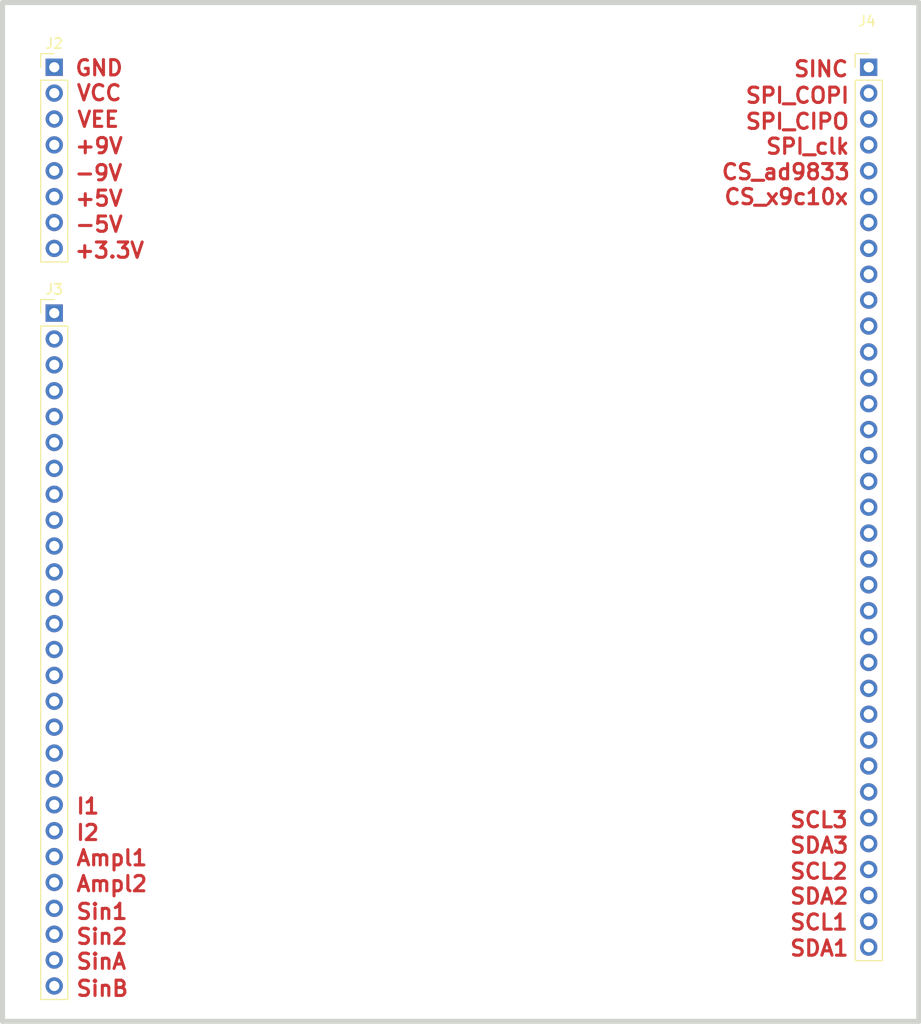
<source format=kicad_pcb>
(kicad_pcb (version 20221018) (generator pcbnew)
  (title_block (title "Barramento do EITduino") (date "2023-04-12") (rev "v01") (company "EITduino") (comment 1 "Autor: Gustavo Pinheiro") (comment 2 "Barramento proposto para uma placa 90x100 mm") (comment 3 "placa de face simples"))
  (layers (0 "F.Cu" signal) (31 "B.Cu" signal) (34 "B.Paste" user) (35 "F.Paste" user) (36 "B.SilkS" user "B.Silkscreen") (37 "F.SilkS" user "F.Silkscreen") (38 "B.Mask" user) (39 "F.Mask" user) (44 "Edge.Cuts" user))
  (net 0 "")
  (net 1 "+12V")
  (net 2 "-12V")
  (net 3 "+9V")
  (net 4 "-9V")
  (net 5 "+5V")
  (net 6 "-5V")
  (net 7 "+3.3V")
  (net 47 "Earth")
  (net 49 "I1")
  (net 50 "I2")
  (net 51 "Ampl1")
  (net 52 "Ampl2")
  (net 53 "Sin1")
  (net 54 "Sin2")
  (net 55 "SinA")
  (net 56 "SinB")
  (net 57 "SINC")
  (net 58 "SPI_COPI")
  (net 59 "SPI_CIPO")
  (net 60 "SPI_clk")
  (net 61 "CS (AD9833)")
  (net 62 "CS (X9c10x)")
  (net 63 "X9x10x_INC")
  (net 64 "X9x10x_U{slash}D")
  (net 65 "SCL3")
  (net 66 "SDA3")
  (net 67 "SCL2")
  (net 68 "SDA2")
  (net 69 "SCL1")
  (net 70 "SDA1")
  (footprint "Connector_PinHeader_2.54mm:PinHeader_1x35_P2.54mm_Vertical" (layer "F.Cu") (at 186.69 57.15)
    (fp_text reference "J4" (at -0.165 -4.535) (layer "F.SilkS"))
    (fp_text value "comunicacao / sinais digitais" hide)
    (fp_line (start -1.33 -1.33) (end 0 -1.33) (stroke (width 0.12)) (layer "F.SilkS"))
    (fp_line (start -1.33 0) (end -1.33 -1.33) (stroke (width 0.12)) (layer "F.SilkS"))
    (fp_line (start -1.33 1.27) (end -1.33 87.69) (stroke (width 0.12)) (layer "F.SilkS"))
    (fp_line (start -1.33 1.27) (end 1.33 1.27) (stroke (width 0.12)) (layer "F.SilkS"))
    (fp_line (start -1.33 87.69) (end 1.33 87.69) (stroke (width 0.12)) (layer "F.SilkS"))
    (fp_line (start 1.33 1.27) (end 1.33 87.69) (stroke (width 0.12)) (layer "F.SilkS"))
    (pad "1" thru_hole rect (at 0 0) (size 1.7 1.7) (drill 1) (layers "*.Cu" "*.Mask") (net 57 "SINC"))
    (pad "2" thru_hole oval (at 0 2.54) (size 1.7 1.7) (drill 1) (layers "*.Cu" "*.Mask") (net 58 "SPI_COPI"))
    (pad "3" thru_hole oval (at 0 5.08) (size 1.7 1.7) (drill 1) (layers "*.Cu" "*.Mask") (net 59 "SPI_CIPO"))
    (pad "4" thru_hole oval (at 0 7.62) (size 1.7 1.7) (drill 1) (layers "*.Cu" "*.Mask") (net 60 "SPI_clk"))
    (pad "5" thru_hole oval (at 0 10.16) (size 1.7 1.7) (drill 1) (layers "*.Cu" "*.Mask") (net 61 "CS (AD9833)"))
    (pad "6" thru_hole oval (at 0 12.7) (size 1.7 1.7) (drill 1) (layers "*.Cu" "*.Mask") (net 62 "CS (X9c10x)"))
    (pad "7" thru_hole oval (at 0 15.24) (size 1.7 1.7) (drill 1) (layers "*.Cu" "*.Mask"))
    (pad "8" thru_hole oval (at 0 17.78) (size 1.7 1.7) (drill 1) (layers "*.Cu" "*.Mask"))
    (pad "9" thru_hole oval (at 0 20.32) (size 1.7 1.7) (drill 1) (layers "*.Cu" "*.Mask"))
    (pad "10" thru_hole oval (at 0 22.86) (size 1.7 1.7) (drill 1) (layers "*.Cu" "*.Mask"))
    (pad "11" thru_hole oval (at 0 25.4) (size 1.7 1.7) (drill 1) (layers "*.Cu" "*.Mask"))
    (pad "12" thru_hole oval (at 0 27.94) (size 1.7 1.7) (drill 1) (layers "*.Cu" "*.Mask"))
    (pad "13" thru_hole oval (at 0 30.48) (size 1.7 1.7) (drill 1) (layers "*.Cu" "*.Mask"))
    (pad "14" thru_hole oval (at 0 33.02) (size 1.7 1.7) (drill 1) (layers "*.Cu" "*.Mask"))
    (pad "15" thru_hole oval (at 0 35.56) (size 1.7 1.7) (drill 1) (layers "*.Cu" "*.Mask"))
    (pad "16" thru_hole oval (at 0 38.1) (size 1.7 1.7) (drill 1) (layers "*.Cu" "*.Mask"))
    (pad "17" thru_hole oval (at 0 40.64) (size 1.7 1.7) (drill 1) (layers "*.Cu" "*.Mask"))
    (pad "18" thru_hole oval (at 0 43.18) (size 1.7 1.7) (drill 1) (layers "*.Cu" "*.Mask"))
    (pad "19" thru_hole oval (at 0 45.72) (size 1.7 1.7) (drill 1) (layers "*.Cu" "*.Mask"))
    (pad "20" thru_hole oval (at 0 48.26) (size 1.7 1.7) (drill 1) (layers "*.Cu" "*.Mask"))
    (pad "21" thru_hole oval (at 0 50.8) (size 1.7 1.7) (drill 1) (layers "*.Cu" "*.Mask"))
    (pad "22" thru_hole oval (at 0 53.34) (size 1.7 1.7) (drill 1) (layers "*.Cu" "*.Mask") (net 63 "X9x10x_INC"))
    (pad "23" thru_hole oval (at 0 55.88) (size 1.7 1.7) (drill 1) (layers "*.Cu" "*.Mask") (net 64 "X9x10x_U{slash}D"))
    (pad "24" thru_hole oval (at 0 58.42) (size 1.7 1.7) (drill 1) (layers "*.Cu" "*.Mask"))
    (pad "25" thru_hole oval (at 0 60.96) (size 1.7 1.7) (drill 1) (layers "*.Cu" "*.Mask"))
    (pad "26" thru_hole oval (at 0 63.5) (size 1.7 1.7) (drill 1) (layers "*.Cu" "*.Mask"))
    (pad "27" thru_hole oval (at 0 66.04) (size 1.7 1.7) (drill 1) (layers "*.Cu" "*.Mask"))
    (pad "28" thru_hole oval (at 0 68.58) (size 1.7 1.7) (drill 1) (layers "*.Cu" "*.Mask"))
    (pad "29" thru_hole oval (at 0 71.12) (size 1.7 1.7) (drill 1) (layers "*.Cu" "*.Mask"))
    (pad "30" thru_hole oval (at 0 73.66) (size 1.7 1.7) (drill 1) (layers "*.Cu" "*.Mask") (net 65 "SCL3"))
    (pad "31" thru_hole oval (at 0 76.2) (size 1.7 1.7) (drill 1) (layers "*.Cu" "*.Mask") (net 66 "SDA3"))
    (pad "32" thru_hole oval (at 0 78.74) (size 1.7 1.7) (drill 1) (layers "*.Cu" "*.Mask") (net 67 "SCL2"))
    (pad "33" thru_hole oval (at 0 81.28) (size 1.7 1.7) (drill 1) (layers "*.Cu" "*.Mask") (net 68 "SDA2"))
    (pad "34" thru_hole oval (at 0 83.82) (size 1.7 1.7) (drill 1) (layers "*.Cu" "*.Mask") (net 69 "SCL1"))
    (pad "35" thru_hole oval (at 0 86.36) (size 1.7 1.7) (drill 1) (layers "*.Cu" "*.Mask") (net 70 "SDA1"))
  )
  (footprint "Connector_PinHeader_2.54mm:PinHeader_1x08_P2.54mm_Vertical" (layer "F.Cu") (at 106.68 57.15)
    (fp_text reference "J2" (at 0 -2.33) (layer "F.SilkS"))
    (fp_text value "tensoes")
    (fp_line (start -1.33 -1.33) (end 0 -1.33) (stroke (width 0.12)) (layer "F.SilkS"))
    (fp_line (start -1.33 0) (end -1.33 -1.33) (stroke (width 0.12)) (layer "F.SilkS"))
    (fp_line (start -1.33 1.27) (end -1.33 19.11) (stroke (width 0.12)) (layer "F.SilkS"))
    (fp_line (start -1.33 1.27) (end 1.33 1.27) (stroke (width 0.12)) (layer "F.SilkS"))
    (fp_line (start -1.33 19.11) (end 1.33 19.11) (stroke (width 0.12)) (layer "F.SilkS"))
    (fp_line (start 1.33 1.27) (end 1.33 19.11) (stroke (width 0.12)) (layer "F.SilkS"))
    (pad "1" thru_hole rect (at 0 0) (size 1.7 1.7) (drill 1) (layers "*.Cu" "*.Mask") (net 47 "Earth"))
    (pad "2" thru_hole oval (at 0 2.54) (size 1.7 1.7) (drill 1) (layers "*.Cu" "*.Mask") (net 1 "+12V"))
    (pad "3" thru_hole oval (at 0 5.08) (size 1.7 1.7) (drill 1) (layers "*.Cu" "*.Mask") (net 2 "-12V"))
    (pad "4" thru_hole oval (at 0 7.62) (size 1.7 1.7) (drill 1) (layers "*.Cu" "*.Mask") (net 3 "+9V"))
    (pad "5" thru_hole oval (at 0 10.16) (size 1.7 1.7) (drill 1) (layers "*.Cu" "*.Mask") (net 4 "-9V"))
    (pad "6" thru_hole oval (at 0 12.7) (size 1.7 1.7) (drill 1) (layers "*.Cu" "*.Mask") (net 5 "+5V"))
    (pad "7" thru_hole oval (at 0 15.24) (size 1.7 1.7) (drill 1) (layers "*.Cu" "*.Mask") (net 6 "-5V"))
    (pad "8" thru_hole oval (at 0 17.78) (size 1.7 1.7) (drill 1) (layers "*.Cu" "*.Mask") (net 7 "+3.3V"))
  )
  (footprint "Connector_PinHeader_2.54mm:PinHeader_1x27_P2.54mm_Vertical" (layer "F.Cu") (at 106.68 81.28)
    (fp_text reference "J3" (at 0 -2.33) (layer "F.SilkS"))
    (fp_text value "sinais analogicos")
    (fp_line (start -1.33 -1.33) (end 0 -1.33) (stroke (width 0.12)) (layer "F.SilkS"))
    (fp_line (start -1.33 0) (end -1.33 -1.33) (stroke (width 0.12)) (layer "F.SilkS"))
    (fp_line (start -1.33 1.27) (end -1.33 67.37) (stroke (width 0.12)) (layer "F.SilkS"))
    (fp_line (start -1.33 1.27) (end 1.33 1.27) (stroke (width 0.12)) (layer "F.SilkS"))
    (fp_line (start -1.33 67.37) (end 1.33 67.37) (stroke (width 0.12)) (layer "F.SilkS"))
    (fp_line (start 1.33 1.27) (end 1.33 67.37) (stroke (width 0.12)) (layer "F.SilkS"))
    (pad "1" thru_hole rect (at 0 0) (size 1.7 1.7) (drill 1) (layers "*.Cu" "*.Mask"))
    (pad "2" thru_hole oval (at 0 2.54) (size 1.7 1.7) (drill 1) (layers "*.Cu" "*.Mask"))
    (pad "3" thru_hole oval (at 0 5.08) (size 1.7 1.7) (drill 1) (layers "*.Cu" "*.Mask"))
    (pad "4" thru_hole oval (at 0 7.62) (size 1.7 1.7) (drill 1) (layers "*.Cu" "*.Mask"))
    (pad "5" thru_hole oval (at 0 10.16) (size 1.7 1.7) (drill 1) (layers "*.Cu" "*.Mask"))
    (pad "6" thru_hole oval (at 0 12.7) (size 1.7 1.7) (drill 1) (layers "*.Cu" "*.Mask"))
    (pad "7" thru_hole oval (at 0 15.24) (size 1.7 1.7) (drill 1) (layers "*.Cu" "*.Mask"))
    (pad "8" thru_hole oval (at 0 17.78) (size 1.7 1.7) (drill 1) (layers "*.Cu" "*.Mask"))
    (pad "9" thru_hole oval (at 0 20.32) (size 1.7 1.7) (drill 1) (layers "*.Cu" "*.Mask"))
    (pad "10" thru_hole oval (at 0 22.86) (size 1.7 1.7) (drill 1) (layers "*.Cu" "*.Mask"))
    (pad "11" thru_hole oval (at 0 25.4) (size 1.7 1.7) (drill 1) (layers "*.Cu" "*.Mask"))
    (pad "12" thru_hole oval (at 0 27.94) (size 1.7 1.7) (drill 1) (layers "*.Cu" "*.Mask"))
    (pad "13" thru_hole oval (at 0 30.48) (size 1.7 1.7) (drill 1) (layers "*.Cu" "*.Mask"))
    (pad "14" thru_hole oval (at 0 33.02) (size 1.7 1.7) (drill 1) (layers "*.Cu" "*.Mask"))
    (pad "15" thru_hole oval (at 0 35.56) (size 1.7 1.7) (drill 1) (layers "*.Cu" "*.Mask"))
    (pad "16" thru_hole oval (at 0 38.1) (size 1.7 1.7) (drill 1) (layers "*.Cu" "*.Mask"))
    (pad "17" thru_hole oval (at 0 40.64) (size 1.7 1.7) (drill 1) (layers "*.Cu" "*.Mask"))
    (pad "18" thru_hole oval (at 0 43.18) (size 1.7 1.7) (drill 1) (layers "*.Cu" "*.Mask"))
    (pad "19" thru_hole oval (at 0 45.72) (size 1.7 1.7) (drill 1) (layers "*.Cu" "*.Mask"))
    (pad "20" thru_hole oval (at 0 48.26) (size 1.7 1.7) (drill 1) (layers "*.Cu" "*.Mask") (net 49 "I1"))
    (pad "21" thru_hole oval (at 0 50.8) (size 1.7 1.7) (drill 1) (layers "*.Cu" "*.Mask") (net 50 "I2"))
    (pad "22" thru_hole oval (at 0 53.34) (size 1.7 1.7) (drill 1) (layers "*.Cu" "*.Mask") (net 51 "Ampl1"))
    (pad "23" thru_hole oval (at 0 55.88) (size 1.7 1.7) (drill 1) (layers "*.Cu" "*.Mask") (net 52 "Ampl2"))
    (pad "24" thru_hole oval (at 0 58.42) (size 1.7 1.7) (drill 1) (layers "*.Cu" "*.Mask") (net 53 "Sin1"))
    (pad "25" thru_hole oval (at 0 60.96) (size 1.7 1.7) (drill 1) (layers "*.Cu" "*.Mask") (net 54 "Sin2"))
    (pad "26" thru_hole oval (at 0 63.5) (size 1.7 1.7) (drill 1) (layers "*.Cu" "*.Mask") (net 55 "SinA"))
    (pad "27" thru_hole oval (at 0 66.04) (size 1.7 1.7) (drill 1) (layers "*.Cu" "*.Mask") (net 56 "SinB"))
  )
  (gr_line (start 191.6 50.8) (end 101.6 50.8) (stroke (width 0.5)) (layer "Edge.Cuts"))
  (gr_line (start 191.6 150.8) (end 191.6 50.8) (stroke (width 0.5)) (layer "Edge.Cuts"))
  (gr_line (start 191.59982 150.7998) (end 101.6 150.7998) (stroke (width 0.5)) (layer "Edge.Cuts"))
  (gr_line (start 101.6 50.8) (end 101.6 150.7998) (stroke (width 0.5)) (layer "Edge.Cuts"))
  (gr_text "SDA1" (at 178.816 144.5) (layer "F.Cu") (effects (font (size 1.5 1.5) (thickness 0.3) bold) (justify left bottom)))
  (gr_text "SinA" (at 108.712 145.796) (layer "F.Cu") (effects (font (size 1.5 1.5) (thickness 0.3) bold) (justify left bottom)))
  (gr_text "SPI_CIPO\n" (at 174.45 63.35) (layer "F.Cu") (effects (font (size 1.5 1.5) (thickness 0.3) bold) (justify left bottom)))
  (gr_text "CS_x9c10x\n" (at 172.35 70.75) (layer "F.Cu") (effects (font (size 1.5 1.5) (thickness 0.3) bold) (justify left bottom)))
  (gr_text "-9V" (at 108.55 68.4) (layer "F.Cu") (effects (font (size 1.5 1.5) (thickness 0.3) bold) (justify left bottom)))
  (gr_text "CS_ad9833" (at 172.1 68.3) (layer "F.Cu") (effects (font (size 1.5 1.5) (thickness 0.3) bold) (justify left bottom)))
  (gr_text "+3.3V" (at 108.55 76) (layer "F.Cu") (effects (font (size 1.5 1.5) (thickness 0.3) bold) (justify left bottom)))
  (gr_text "Sin1" (at 108.7 140.9) (layer "F.Cu") (effects (font (size 1.5 1.5) (thickness 0.3) bold) (justify left bottom)))
  (gr_text "+5V\n" (at 108.6 70.9) (layer "F.Cu") (effects (font (size 1.5 1.5) (thickness 0.3) bold) (justify left bottom)))
  (gr_text "SCL2" (at 178.816 136.95) (layer "F.Cu") (effects (font (size 1.5 1.5) (thickness 0.3) bold) (justify left bottom)))
  (gr_text "-5V" (at 108.6 73.45) (layer "F.Cu") (effects (font (size 1.5 1.5) (thickness 0.3) bold) (justify left bottom)))
  (gr_text "GND" (at 108.6 58.1) (layer "F.Cu") (effects (font (size 1.5 1.5) (thickness 0.3) bold) (justify left bottom)))
  (gr_text "SDA3" (at 178.816 134.4) (layer "F.Cu") (effects (font (size 1.5 1.5) (thickness 0.3) bold) (justify left bottom)))
  (gr_text "Ampl2" (at 108.712 138.176) (layer "F.Cu") (effects (font (size 1.5 1.5) (thickness 0.3) bold) (justify left bottom)))
  (gr_text "SINC" (at 179.2 58.2) (layer "F.Cu") (effects (font (size 1.5 1.5) (thickness 0.3) bold) (justify left bottom)))
  (gr_text "VCC" (at 108.75 60.55) (layer "F.Cu") (effects (font (size 1.5 1.5) (thickness 0.3) bold) (justify left bottom)))
  (gr_text "VEE\n" (at 108.8 63.15) (layer "F.Cu") (effects (font (size 1.5 1.5) (thickness 0.3) bold) (justify left bottom)))
  (gr_text "I2\n" (at 108.7 133.15) (layer "F.Cu") (effects (font (size 1.5 1.5) (thickness 0.3) bold) (justify left bottom)))
  (gr_text "SinB" (at 108.7 148.45) (layer "F.Cu") (effects (font (size 1.5 1.5) (thickness 0.3) bold) (justify left bottom)))
  (gr_text "SDA2" (at 178.816 139.4) (layer "F.Cu") (effects (font (size 1.5 1.5) (thickness 0.3) bold) (justify left bottom)))
  (gr_text "SPI_clk\n" (at 176.45 65.8) (layer "F.Cu") (effects (font (size 1.5 1.5) (thickness 0.3) bold) (justify left bottom)))
  (gr_text "I1" (at 108.712 130.556) (layer "F.Cu") (effects (font (size 1.5 1.5) (thickness 0.3) bold) (justify left bottom)))
  (gr_text "Sin2\n" (at 108.7 143.35) (layer "F.Cu") (effects (font (size 1.5 1.5) (thickness 0.3) bold) (justify left bottom)))
  (gr_text "+9V\n" (at 108.6 65.75) (layer "F.Cu") (effects (font (size 1.5 1.5) (thickness 0.3) bold) (justify left bottom)))
  (gr_text "SCL1\n" (at 178.816 141.94) (layer "F.Cu") (effects (font (size 1.5 1.5) (thickness 0.3) bold) (justify left bottom)))
  (gr_text "SPI_COPI\n" (at 174.45 60.8) (layer "F.Cu") (effects (font (size 1.5 1.5) (thickness 0.3) bold) (justify left bottom)))
  (gr_text "SCL3" (at 178.816 131.9) (layer "F.Cu") (effects (font (size 1.5 1.5) (thickness 0.3) bold) (justify left bottom)))
  (gr_text "Ampl1" (at 108.712 135.636) (layer "F.Cu") (effects (font (size 1.5 1.5) (thickness 0.3) bold) (justify left bottom)))
)
</source>
